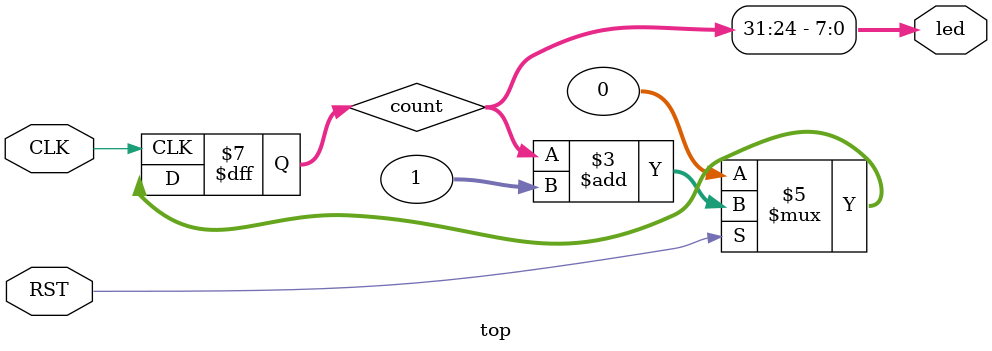
<source format=v>


module top #
(
  parameter DATAWID = 32
)
(
  input CLK,
  input RST,
  output [7:0] led
);

  reg [DATAWID-1:0] count;
  assign led = count[DATAWID-1:DATAWID-8];

  always @(posedge CLK) begin
    if(!RST) begin
      count <= 0;
    end else begin
      count <= count + 1;
    end
  end


endmodule

</source>
